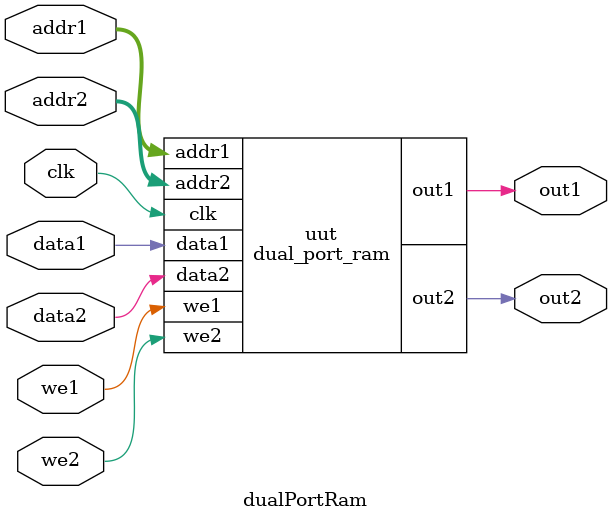
<source format=v>
/******************************************************************

# Description: Renaming depth-split dualPortRam to dual_port_ram  #

#			   to be recognized by VTR flow CAD tools. This file  #

#			   is executed by the Yosys synthesis flow once the   #

#			   dual_port_ram.v is executed.		  	  			  #

#																  #

# Author: Seyed Alireza Damghani (sdamghann@gmail.com)   		  #

******************************************************************/





`timescale 1ps/1ps



`define MEM_MAXADDR 11

`define MEM_MAXDATA 36



// depth and data may need to be splited

module dualPortRam(clk, we1, we2, addr1, addr2, data1, data2, out1, out2);

    parameter ADDR_WIDTH = `MEM_MAXADDR;

    parameter DATA_WIDTH = 1;



    input clk;

    input we1, we2;

    input [ADDR_WIDTH-1:0] addr1, addr2;

    input [DATA_WIDTH-1:0] data1, data2;



    output reg [DATA_WIDTH-1:0] out1, out2;





    dual_port_ram uut (

        .clk(clk), 

        .we1(we1), 

        .we2(we2), 

        .addr1(addr1), 

        .addr2(addr2), 

        .data1(data1), 

        .data2(data2), 

        .out1(out1),

        .out2(out2)

    );

    

endmodule







(* blackbox *)

module dual_port_ram(clk, data2, data1, addr2, addr1, we2, we1, out2, out1);

    localparam ADDR_WIDTH = `MEM_MAXADDR;

    localparam DATA_WIDTH = 1;



    input clk;

    input we1, we2;

    input [ADDR_WIDTH-1:0] addr1, addr2;

    input data1, data2;



    output reg out1, out2;

    /*

    reg [DATA_WIDTH-1:0] RAM [(1<<ADDR_WIDTH)-1:0];



    always @(posedge clk)

    begin

        if (we1)

                RAM[addr1] <= data1;

        if (we2)

                RAM[addr2] <= data2;

                

        out1 <= RAM[addr1];

        out2 <= RAM[addr2];

    end

    */

endmodule

</source>
